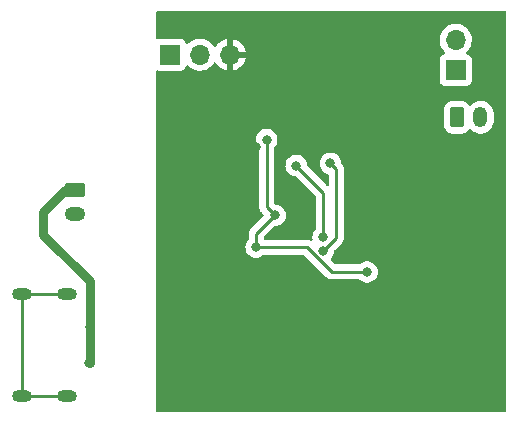
<source format=gbr>
%TF.GenerationSoftware,KiCad,Pcbnew,(6.0.4-0)*%
%TF.CreationDate,2022-07-08T14:11:35-06:00*%
%TF.ProjectId,TPS61165-heater-v6,54505336-3131-4363-952d-686561746572,rev?*%
%TF.SameCoordinates,Original*%
%TF.FileFunction,Copper,L2,Bot*%
%TF.FilePolarity,Positive*%
%FSLAX46Y46*%
G04 Gerber Fmt 4.6, Leading zero omitted, Abs format (unit mm)*
G04 Created by KiCad (PCBNEW (6.0.4-0)) date 2022-07-08 14:11:35*
%MOMM*%
%LPD*%
G01*
G04 APERTURE LIST*
G04 Aperture macros list*
%AMRoundRect*
0 Rectangle with rounded corners*
0 $1 Rounding radius*
0 $2 $3 $4 $5 $6 $7 $8 $9 X,Y pos of 4 corners*
0 Add a 4 corners polygon primitive as box body*
4,1,4,$2,$3,$4,$5,$6,$7,$8,$9,$2,$3,0*
0 Add four circle primitives for the rounded corners*
1,1,$1+$1,$2,$3*
1,1,$1+$1,$4,$5*
1,1,$1+$1,$6,$7*
1,1,$1+$1,$8,$9*
0 Add four rect primitives between the rounded corners*
20,1,$1+$1,$2,$3,$4,$5,0*
20,1,$1+$1,$4,$5,$6,$7,0*
20,1,$1+$1,$6,$7,$8,$9,0*
20,1,$1+$1,$8,$9,$2,$3,0*%
G04 Aperture macros list end*
%TA.AperFunction,ComponentPad*%
%ADD10O,1.700000X1.000000*%
%TD*%
%TA.AperFunction,ComponentPad*%
%ADD11O,1.700000X1.700000*%
%TD*%
%TA.AperFunction,ComponentPad*%
%ADD12R,1.700000X1.700000*%
%TD*%
%TA.AperFunction,ComponentPad*%
%ADD13O,1.200000X1.750000*%
%TD*%
%TA.AperFunction,ComponentPad*%
%ADD14RoundRect,0.250000X-0.350000X-0.625000X0.350000X-0.625000X0.350000X0.625000X-0.350000X0.625000X0*%
%TD*%
%TA.AperFunction,ComponentPad*%
%ADD15O,1.750000X1.200000*%
%TD*%
%TA.AperFunction,ComponentPad*%
%ADD16RoundRect,0.250000X-0.625000X0.350000X-0.625000X-0.350000X0.625000X-0.350000X0.625000X0.350000X0*%
%TD*%
%TA.AperFunction,ViaPad*%
%ADD17C,0.800000*%
%TD*%
%TA.AperFunction,Conductor*%
%ADD18C,0.800000*%
%TD*%
%TA.AperFunction,Conductor*%
%ADD19C,0.250000*%
%TD*%
G04 APERTURE END LIST*
D10*
%TO.P,J1,0,SHIELD*%
%TO.N,unconnected-(J1-Pad0)*%
X118520000Y-88120000D03*
X118520000Y-79480000D03*
X122320000Y-79480000D03*
X122320000Y-88120000D03*
%TD*%
D11*
%TO.P,J6,3,Pin_3*%
%TO.N,GND*%
X136080000Y-59200000D03*
%TO.P,J6,2,Pin_2*%
%TO.N,Net-(J6-Pad2)*%
X133540000Y-59200000D03*
D12*
%TO.P,J6,1,Pin_1*%
%TO.N,Net-(J6-Pad1)*%
X131000000Y-59200000D03*
%TD*%
D13*
%TO.P,J4,2,-*%
%TO.N,Net-(D2-Pad1)*%
X157300000Y-64500000D03*
D14*
%TO.P,J4,1,+*%
%TO.N,Net-(J3-Pad1)*%
X155300000Y-64500000D03*
%TD*%
D11*
%TO.P,J3,2,Pin_2*%
%TO.N,Net-(D2-Pad1)*%
X155200000Y-57960000D03*
D12*
%TO.P,J3,1,Pin_1*%
%TO.N,Net-(J3-Pad1)*%
X155200000Y-60500000D03*
%TD*%
D15*
%TO.P,J2,2,-*%
%TO.N,Net-(FL1-Pad1)*%
X123000000Y-72700000D03*
D16*
%TO.P,J2,1,+*%
%TO.N,Net-(FL1-Pad2)*%
X123000000Y-70700000D03*
%TD*%
D17*
%TO.N,Net-(FL1-Pad2)*%
X124200000Y-82300000D03*
X124180000Y-85320000D03*
%TO.N,GND*%
X147900000Y-83800000D03*
X147900000Y-83000000D03*
X147900000Y-84600000D03*
X147900000Y-82200000D03*
X147900000Y-87300000D03*
X152700000Y-83600000D03*
X149500000Y-88800000D03*
X138400000Y-79300000D03*
X141700000Y-79300000D03*
X138350000Y-80650000D03*
X141700000Y-78000000D03*
X141700000Y-71500000D03*
X138000000Y-71400000D03*
X138300000Y-67025000D03*
%TO.N,Net-(C4-Pad1)*%
X147700000Y-77600000D03*
X138300000Y-75500000D03*
X139200000Y-66400000D03*
X139900000Y-72800000D03*
%TO.N,/scl*%
X144000000Y-75800000D03*
X144600000Y-68400000D03*
%TO.N,/sda*%
X143980154Y-74680154D03*
X141700000Y-68600000D03*
%TD*%
D18*
%TO.N,Net-(FL1-Pad2)*%
X124200000Y-82300000D02*
X124200000Y-78400000D01*
X124200000Y-78400000D02*
X120300000Y-74500000D01*
X120300000Y-74500000D02*
X120300000Y-72500000D01*
X122100000Y-70700000D02*
X123000000Y-70700000D01*
X120300000Y-72500000D02*
X122100000Y-70700000D01*
X124200000Y-85300000D02*
X124180000Y-85320000D01*
X124200000Y-82300000D02*
X124200000Y-85300000D01*
D19*
%TO.N,unconnected-(J1-Pad0)*%
X122325000Y-79480000D02*
X118525000Y-79480000D01*
X122325000Y-88120000D02*
X118525000Y-88120000D01*
X118525000Y-88120000D02*
X118525000Y-79480000D01*
%TO.N,Net-(C4-Pad1)*%
X142626998Y-75500000D02*
X138300000Y-75500000D01*
X144726998Y-77600000D02*
X142626998Y-75500000D01*
X147700000Y-77600000D02*
X144726998Y-77600000D01*
X139200000Y-72100000D02*
X139900000Y-72800000D01*
X139200000Y-66400000D02*
X139200000Y-72100000D01*
X138300000Y-74400000D02*
X139900000Y-72800000D01*
X138300000Y-75500000D02*
X138300000Y-74400000D01*
%TO.N,/scl*%
X144000000Y-75800000D02*
X145100000Y-74700000D01*
X145100000Y-68900000D02*
X144600000Y-68400000D01*
X145100000Y-74700000D02*
X145100000Y-68900000D01*
%TO.N,/sda*%
X143980154Y-70880154D02*
X141700000Y-68600000D01*
X143980154Y-74680154D02*
X143980154Y-70880154D01*
%TD*%
%TA.AperFunction,Conductor*%
%TO.N,GND*%
G36*
X159433621Y-55528502D02*
G01*
X159480114Y-55582158D01*
X159491500Y-55634500D01*
X159491500Y-89365500D01*
X159471498Y-89433621D01*
X159417842Y-89480114D01*
X159365500Y-89491500D01*
X129926000Y-89491500D01*
X129857879Y-89471498D01*
X129811386Y-89417842D01*
X129800000Y-89365500D01*
X129800000Y-75500000D01*
X137386496Y-75500000D01*
X137406458Y-75689928D01*
X137465473Y-75871556D01*
X137560960Y-76036944D01*
X137688747Y-76178866D01*
X137843248Y-76291118D01*
X137849276Y-76293802D01*
X137849278Y-76293803D01*
X137933332Y-76331226D01*
X138017712Y-76368794D01*
X138111113Y-76388647D01*
X138198056Y-76407128D01*
X138198061Y-76407128D01*
X138204513Y-76408500D01*
X138395487Y-76408500D01*
X138401939Y-76407128D01*
X138401944Y-76407128D01*
X138488887Y-76388647D01*
X138582288Y-76368794D01*
X138666668Y-76331226D01*
X138750722Y-76293803D01*
X138750724Y-76293802D01*
X138756752Y-76291118D01*
X138911253Y-76178866D01*
X138915668Y-76173963D01*
X138920580Y-76169540D01*
X138921705Y-76170789D01*
X138975014Y-76137949D01*
X139008200Y-76133500D01*
X142312404Y-76133500D01*
X142380525Y-76153502D01*
X142401499Y-76170405D01*
X144223341Y-77992247D01*
X144230885Y-78000537D01*
X144234998Y-78007018D01*
X144240775Y-78012443D01*
X144284665Y-78053658D01*
X144287507Y-78056413D01*
X144307228Y-78076134D01*
X144310423Y-78078612D01*
X144319445Y-78086318D01*
X144351677Y-78116586D01*
X144358626Y-78120406D01*
X144369430Y-78126346D01*
X144385954Y-78137199D01*
X144401957Y-78149613D01*
X144442541Y-78167176D01*
X144453171Y-78172383D01*
X144491938Y-78193695D01*
X144499615Y-78195666D01*
X144499620Y-78195668D01*
X144511556Y-78198732D01*
X144530264Y-78205137D01*
X144548853Y-78213181D01*
X144556678Y-78214420D01*
X144556680Y-78214421D01*
X144592517Y-78220097D01*
X144604138Y-78222504D01*
X144639287Y-78231528D01*
X144646968Y-78233500D01*
X144667229Y-78233500D01*
X144686938Y-78235051D01*
X144706941Y-78238219D01*
X144714833Y-78237473D01*
X144720060Y-78236979D01*
X144750952Y-78234059D01*
X144762809Y-78233500D01*
X146991800Y-78233500D01*
X147059921Y-78253502D01*
X147079147Y-78269843D01*
X147079420Y-78269540D01*
X147084332Y-78273963D01*
X147088747Y-78278866D01*
X147243248Y-78391118D01*
X147249276Y-78393802D01*
X147249278Y-78393803D01*
X147411681Y-78466109D01*
X147417712Y-78468794D01*
X147511112Y-78488647D01*
X147598056Y-78507128D01*
X147598061Y-78507128D01*
X147604513Y-78508500D01*
X147795487Y-78508500D01*
X147801939Y-78507128D01*
X147801944Y-78507128D01*
X147888888Y-78488647D01*
X147982288Y-78468794D01*
X147988319Y-78466109D01*
X148150722Y-78393803D01*
X148150724Y-78393802D01*
X148156752Y-78391118D01*
X148311253Y-78278866D01*
X148347852Y-78238219D01*
X148434621Y-78141852D01*
X148434622Y-78141851D01*
X148439040Y-78136944D01*
X148514053Y-78007018D01*
X148531223Y-77977279D01*
X148531224Y-77977278D01*
X148534527Y-77971556D01*
X148593542Y-77789928D01*
X148613504Y-77600000D01*
X148593542Y-77410072D01*
X148534527Y-77228444D01*
X148439040Y-77063056D01*
X148311253Y-76921134D01*
X148156752Y-76808882D01*
X148150724Y-76806198D01*
X148150722Y-76806197D01*
X147988319Y-76733891D01*
X147988318Y-76733891D01*
X147982288Y-76731206D01*
X147888887Y-76711353D01*
X147801944Y-76692872D01*
X147801939Y-76692872D01*
X147795487Y-76691500D01*
X147604513Y-76691500D01*
X147598061Y-76692872D01*
X147598056Y-76692872D01*
X147511113Y-76711353D01*
X147417712Y-76731206D01*
X147411682Y-76733891D01*
X147411681Y-76733891D01*
X147249278Y-76806197D01*
X147249276Y-76806198D01*
X147243248Y-76808882D01*
X147088747Y-76921134D01*
X147084332Y-76926037D01*
X147079420Y-76930460D01*
X147078295Y-76929211D01*
X147024986Y-76962051D01*
X146991800Y-76966500D01*
X145041593Y-76966500D01*
X144973472Y-76946498D01*
X144952498Y-76929595D01*
X144643928Y-76621025D01*
X144609902Y-76558713D01*
X144614967Y-76487898D01*
X144639387Y-76447620D01*
X144734621Y-76341852D01*
X144734622Y-76341851D01*
X144739040Y-76336944D01*
X144834527Y-76171556D01*
X144893542Y-75989928D01*
X144910907Y-75824708D01*
X144937920Y-75759051D01*
X144947122Y-75748782D01*
X145492258Y-75203647D01*
X145500537Y-75196113D01*
X145507018Y-75192000D01*
X145553644Y-75142348D01*
X145556398Y-75139507D01*
X145576135Y-75119770D01*
X145578615Y-75116573D01*
X145586320Y-75107551D01*
X145616586Y-75075321D01*
X145620405Y-75068375D01*
X145620407Y-75068372D01*
X145626348Y-75057566D01*
X145637199Y-75041047D01*
X145644758Y-75031301D01*
X145649614Y-75025041D01*
X145652759Y-75017772D01*
X145652762Y-75017768D01*
X145667174Y-74984463D01*
X145672391Y-74973813D01*
X145693695Y-74935060D01*
X145698733Y-74915437D01*
X145705137Y-74896734D01*
X145710033Y-74885420D01*
X145710033Y-74885419D01*
X145713181Y-74878145D01*
X145714420Y-74870322D01*
X145714423Y-74870312D01*
X145720099Y-74834476D01*
X145722505Y-74822856D01*
X145731528Y-74787711D01*
X145731528Y-74787710D01*
X145733500Y-74780030D01*
X145733500Y-74759776D01*
X145735051Y-74740065D01*
X145736980Y-74727886D01*
X145738220Y-74720057D01*
X145734059Y-74676038D01*
X145733500Y-74664181D01*
X145733500Y-68978768D01*
X145734027Y-68967585D01*
X145735702Y-68960092D01*
X145734975Y-68936944D01*
X145733562Y-68892002D01*
X145733500Y-68888044D01*
X145733500Y-68860144D01*
X145732996Y-68856153D01*
X145732063Y-68844311D01*
X145730923Y-68808036D01*
X145730674Y-68800111D01*
X145728462Y-68792497D01*
X145728461Y-68792492D01*
X145725023Y-68780659D01*
X145721012Y-68761295D01*
X145719467Y-68749064D01*
X145718474Y-68741203D01*
X145715557Y-68733836D01*
X145715556Y-68733831D01*
X145702198Y-68700092D01*
X145698354Y-68688865D01*
X145688230Y-68654022D01*
X145686018Y-68646407D01*
X145675707Y-68628972D01*
X145667012Y-68611224D01*
X145659552Y-68592383D01*
X145633564Y-68556613D01*
X145627048Y-68546693D01*
X145608580Y-68515465D01*
X145608578Y-68515462D01*
X145604542Y-68508638D01*
X145590221Y-68494317D01*
X145577380Y-68479283D01*
X145570132Y-68469307D01*
X145565472Y-68462893D01*
X145555414Y-68454572D01*
X145515676Y-68395738D01*
X145510420Y-68370658D01*
X145494232Y-68216635D01*
X145494232Y-68216633D01*
X145493542Y-68210072D01*
X145434527Y-68028444D01*
X145339040Y-67863056D01*
X145222740Y-67733891D01*
X145215675Y-67726045D01*
X145215674Y-67726044D01*
X145211253Y-67721134D01*
X145056752Y-67608882D01*
X145050724Y-67606198D01*
X145050722Y-67606197D01*
X144888319Y-67533891D01*
X144888318Y-67533891D01*
X144882288Y-67531206D01*
X144788888Y-67511353D01*
X144701944Y-67492872D01*
X144701939Y-67492872D01*
X144695487Y-67491500D01*
X144504513Y-67491500D01*
X144498061Y-67492872D01*
X144498056Y-67492872D01*
X144411112Y-67511353D01*
X144317712Y-67531206D01*
X144311682Y-67533891D01*
X144311681Y-67533891D01*
X144149278Y-67606197D01*
X144149276Y-67606198D01*
X144143248Y-67608882D01*
X143988747Y-67721134D01*
X143984326Y-67726044D01*
X143984325Y-67726045D01*
X143977261Y-67733891D01*
X143860960Y-67863056D01*
X143765473Y-68028444D01*
X143706458Y-68210072D01*
X143705768Y-68216633D01*
X143705768Y-68216635D01*
X143704527Y-68228444D01*
X143686496Y-68400000D01*
X143706458Y-68589928D01*
X143765473Y-68771556D01*
X143768776Y-68777278D01*
X143768777Y-68777279D01*
X143772291Y-68783365D01*
X143860960Y-68936944D01*
X143865378Y-68941851D01*
X143865379Y-68941852D01*
X143886466Y-68965271D01*
X143988747Y-69078866D01*
X144143248Y-69191118D01*
X144149276Y-69193802D01*
X144149278Y-69193803D01*
X144311681Y-69266109D01*
X144317712Y-69268794D01*
X144366697Y-69279206D01*
X144429170Y-69312934D01*
X144463492Y-69375084D01*
X144466500Y-69402453D01*
X144466500Y-70166406D01*
X144446498Y-70234527D01*
X144392842Y-70281020D01*
X144322568Y-70291124D01*
X144257988Y-70261630D01*
X144251405Y-70255501D01*
X143504405Y-69508500D01*
X142647122Y-68651217D01*
X142613096Y-68588905D01*
X142610907Y-68575292D01*
X142594232Y-68416635D01*
X142594232Y-68416633D01*
X142593542Y-68410072D01*
X142534527Y-68228444D01*
X142439040Y-68063056D01*
X142311253Y-67921134D01*
X142156752Y-67808882D01*
X142150724Y-67806198D01*
X142150722Y-67806197D01*
X141988319Y-67733891D01*
X141988318Y-67733891D01*
X141982288Y-67731206D01*
X141888887Y-67711353D01*
X141801944Y-67692872D01*
X141801939Y-67692872D01*
X141795487Y-67691500D01*
X141604513Y-67691500D01*
X141598061Y-67692872D01*
X141598056Y-67692872D01*
X141511113Y-67711353D01*
X141417712Y-67731206D01*
X141411682Y-67733891D01*
X141411681Y-67733891D01*
X141249278Y-67806197D01*
X141249276Y-67806198D01*
X141243248Y-67808882D01*
X141088747Y-67921134D01*
X140960960Y-68063056D01*
X140865473Y-68228444D01*
X140806458Y-68410072D01*
X140805768Y-68416633D01*
X140805768Y-68416635D01*
X140796688Y-68503027D01*
X140786496Y-68600000D01*
X140787186Y-68606565D01*
X140805129Y-68777279D01*
X140806458Y-68789928D01*
X140865473Y-68971556D01*
X140960960Y-69136944D01*
X140965378Y-69141851D01*
X140965379Y-69141852D01*
X141079678Y-69268794D01*
X141088747Y-69278866D01*
X141243248Y-69391118D01*
X141249276Y-69393802D01*
X141249278Y-69393803D01*
X141411681Y-69466109D01*
X141417712Y-69468794D01*
X141511112Y-69488647D01*
X141598056Y-69507128D01*
X141598061Y-69507128D01*
X141604513Y-69508500D01*
X141660406Y-69508500D01*
X141728527Y-69528502D01*
X141749501Y-69545405D01*
X143309749Y-71105653D01*
X143343775Y-71167965D01*
X143346654Y-71194748D01*
X143346654Y-73977630D01*
X143326652Y-74045751D01*
X143314296Y-74061933D01*
X143241114Y-74143210D01*
X143145627Y-74308598D01*
X143086612Y-74490226D01*
X143066650Y-74680154D01*
X143077148Y-74780030D01*
X143079231Y-74799851D01*
X143066459Y-74869690D01*
X143017957Y-74921536D01*
X142949124Y-74938931D01*
X142893223Y-74923438D01*
X142862058Y-74906305D01*
X142842435Y-74901267D01*
X142823732Y-74894863D01*
X142812418Y-74889967D01*
X142812417Y-74889967D01*
X142805143Y-74886819D01*
X142797320Y-74885580D01*
X142797310Y-74885577D01*
X142761474Y-74879901D01*
X142749854Y-74877495D01*
X142714709Y-74868472D01*
X142714708Y-74868472D01*
X142707028Y-74866500D01*
X142686774Y-74866500D01*
X142667063Y-74864949D01*
X142654884Y-74863020D01*
X142647055Y-74861780D01*
X142639163Y-74862526D01*
X142603037Y-74865941D01*
X142591179Y-74866500D01*
X139059500Y-74866500D01*
X138991379Y-74846498D01*
X138944886Y-74792842D01*
X138933500Y-74740500D01*
X138933500Y-74714594D01*
X138953502Y-74646473D01*
X138970405Y-74625499D01*
X139850499Y-73745405D01*
X139912811Y-73711379D01*
X139939594Y-73708500D01*
X139995487Y-73708500D01*
X140001939Y-73707128D01*
X140001944Y-73707128D01*
X140088888Y-73688647D01*
X140182288Y-73668794D01*
X140188319Y-73666109D01*
X140350722Y-73593803D01*
X140350724Y-73593802D01*
X140356752Y-73591118D01*
X140511253Y-73478866D01*
X140639040Y-73336944D01*
X140734527Y-73171556D01*
X140793542Y-72989928D01*
X140813504Y-72800000D01*
X140793542Y-72610072D01*
X140734527Y-72428444D01*
X140726208Y-72414034D01*
X140686918Y-72345983D01*
X140639040Y-72263056D01*
X140542376Y-72155699D01*
X140515675Y-72126045D01*
X140515674Y-72126044D01*
X140511253Y-72121134D01*
X140399457Y-72039909D01*
X140362094Y-72012763D01*
X140362093Y-72012762D01*
X140356752Y-72008882D01*
X140350724Y-72006198D01*
X140350722Y-72006197D01*
X140188319Y-71933891D01*
X140188318Y-71933891D01*
X140182288Y-71931206D01*
X140088887Y-71911353D01*
X140001944Y-71892872D01*
X140001939Y-71892872D01*
X139995487Y-71891500D01*
X139959500Y-71891500D01*
X139891379Y-71871498D01*
X139844886Y-71817842D01*
X139833500Y-71765500D01*
X139833500Y-67102524D01*
X139853502Y-67034403D01*
X139865858Y-67018221D01*
X139939040Y-66936944D01*
X140034527Y-66771556D01*
X140093542Y-66589928D01*
X140113504Y-66400000D01*
X140093542Y-66210072D01*
X140034527Y-66028444D01*
X139939040Y-65863056D01*
X139811253Y-65721134D01*
X139673998Y-65621412D01*
X139662094Y-65612763D01*
X139662093Y-65612762D01*
X139656752Y-65608882D01*
X139650724Y-65606198D01*
X139650722Y-65606197D01*
X139488319Y-65533891D01*
X139488318Y-65533891D01*
X139482288Y-65531206D01*
X139388888Y-65511353D01*
X139301944Y-65492872D01*
X139301939Y-65492872D01*
X139295487Y-65491500D01*
X139104513Y-65491500D01*
X139098061Y-65492872D01*
X139098056Y-65492872D01*
X139011112Y-65511353D01*
X138917712Y-65531206D01*
X138911682Y-65533891D01*
X138911681Y-65533891D01*
X138749278Y-65606197D01*
X138749276Y-65606198D01*
X138743248Y-65608882D01*
X138737907Y-65612762D01*
X138737906Y-65612763D01*
X138726002Y-65621412D01*
X138588747Y-65721134D01*
X138460960Y-65863056D01*
X138365473Y-66028444D01*
X138306458Y-66210072D01*
X138286496Y-66400000D01*
X138306458Y-66589928D01*
X138365473Y-66771556D01*
X138460960Y-66936944D01*
X138534137Y-67018215D01*
X138564853Y-67082221D01*
X138566500Y-67102524D01*
X138566500Y-72021233D01*
X138565973Y-72032416D01*
X138564298Y-72039909D01*
X138564547Y-72047835D01*
X138564547Y-72047836D01*
X138566438Y-72107986D01*
X138566500Y-72111945D01*
X138566500Y-72139856D01*
X138566997Y-72143790D01*
X138566997Y-72143791D01*
X138567005Y-72143856D01*
X138567938Y-72155693D01*
X138569327Y-72199889D01*
X138574978Y-72219339D01*
X138578987Y-72238700D01*
X138581526Y-72258797D01*
X138584445Y-72266168D01*
X138584445Y-72266170D01*
X138597804Y-72299912D01*
X138601649Y-72311142D01*
X138613982Y-72353593D01*
X138618015Y-72360412D01*
X138618017Y-72360417D01*
X138624293Y-72371028D01*
X138632988Y-72388776D01*
X138640448Y-72407617D01*
X138645110Y-72414033D01*
X138645110Y-72414034D01*
X138666436Y-72443387D01*
X138672952Y-72453307D01*
X138695458Y-72491362D01*
X138709779Y-72505683D01*
X138722619Y-72520716D01*
X138734528Y-72537107D01*
X138740634Y-72542158D01*
X138768605Y-72565298D01*
X138777384Y-72573288D01*
X138915001Y-72710905D01*
X138949027Y-72773217D01*
X138943962Y-72844032D01*
X138915001Y-72889095D01*
X137907747Y-73896348D01*
X137899461Y-73903888D01*
X137892982Y-73908000D01*
X137887557Y-73913777D01*
X137846357Y-73957651D01*
X137843602Y-73960493D01*
X137823865Y-73980230D01*
X137821385Y-73983427D01*
X137813682Y-73992447D01*
X137783414Y-74024679D01*
X137779595Y-74031625D01*
X137779593Y-74031628D01*
X137773652Y-74042434D01*
X137762801Y-74058953D01*
X137750386Y-74074959D01*
X137747241Y-74082228D01*
X137747238Y-74082232D01*
X137732826Y-74115537D01*
X137727609Y-74126187D01*
X137706305Y-74164940D01*
X137704334Y-74172615D01*
X137704334Y-74172616D01*
X137701267Y-74184562D01*
X137694863Y-74203266D01*
X137686819Y-74221855D01*
X137685580Y-74229678D01*
X137685577Y-74229688D01*
X137679901Y-74265524D01*
X137677495Y-74277144D01*
X137666500Y-74319970D01*
X137666500Y-74340224D01*
X137664949Y-74359934D01*
X137661780Y-74379943D01*
X137662526Y-74387835D01*
X137665941Y-74423961D01*
X137666500Y-74435819D01*
X137666500Y-74797476D01*
X137646498Y-74865597D01*
X137634142Y-74881779D01*
X137560960Y-74963056D01*
X137506395Y-75057566D01*
X137477536Y-75107551D01*
X137465473Y-75128444D01*
X137406458Y-75310072D01*
X137386496Y-75500000D01*
X129800000Y-75500000D01*
X129800000Y-65175400D01*
X154191500Y-65175400D01*
X154202474Y-65281166D01*
X154204655Y-65287702D01*
X154204655Y-65287704D01*
X154235135Y-65379064D01*
X154258450Y-65448946D01*
X154351522Y-65599348D01*
X154476697Y-65724305D01*
X154482927Y-65728145D01*
X154482928Y-65728146D01*
X154620090Y-65812694D01*
X154627262Y-65817115D01*
X154652217Y-65825392D01*
X154788611Y-65870632D01*
X154788613Y-65870632D01*
X154795139Y-65872797D01*
X154801975Y-65873497D01*
X154801978Y-65873498D01*
X154840386Y-65877433D01*
X154899600Y-65883500D01*
X155700400Y-65883500D01*
X155703646Y-65883163D01*
X155703650Y-65883163D01*
X155799308Y-65873238D01*
X155799312Y-65873237D01*
X155806166Y-65872526D01*
X155812702Y-65870345D01*
X155812704Y-65870345D01*
X155947443Y-65825392D01*
X155973946Y-65816550D01*
X156124348Y-65723478D01*
X156249305Y-65598303D01*
X156281075Y-65546764D01*
X156333846Y-65499271D01*
X156403918Y-65487847D01*
X156469042Y-65516121D01*
X156487418Y-65535045D01*
X156493604Y-65542920D01*
X156498135Y-65546852D01*
X156498138Y-65546855D01*
X156584058Y-65621412D01*
X156653363Y-65681552D01*
X156658549Y-65684552D01*
X156658553Y-65684555D01*
X156754957Y-65740326D01*
X156836454Y-65787473D01*
X157036271Y-65856861D01*
X157042206Y-65857722D01*
X157042208Y-65857722D01*
X157239664Y-65886352D01*
X157239667Y-65886352D01*
X157245604Y-65887213D01*
X157456899Y-65877433D01*
X157588077Y-65845819D01*
X157656701Y-65829281D01*
X157656703Y-65829280D01*
X157662534Y-65827875D01*
X157667992Y-65825393D01*
X157667996Y-65825392D01*
X157783041Y-65773084D01*
X157855087Y-65740326D01*
X158027611Y-65617946D01*
X158173881Y-65465150D01*
X158288620Y-65287452D01*
X158367686Y-65091263D01*
X158408228Y-64883663D01*
X158408500Y-64878101D01*
X158408500Y-64172154D01*
X158393452Y-64014434D01*
X158333908Y-63811466D01*
X158286872Y-63720139D01*
X158239804Y-63628751D01*
X158239802Y-63628748D01*
X158237058Y-63623420D01*
X158106396Y-63457080D01*
X158101865Y-63453148D01*
X158101862Y-63453145D01*
X157951167Y-63322379D01*
X157946637Y-63318448D01*
X157941451Y-63315448D01*
X157941447Y-63315445D01*
X157768742Y-63215533D01*
X157763546Y-63212527D01*
X157563729Y-63143139D01*
X157557794Y-63142278D01*
X157557792Y-63142278D01*
X157360336Y-63113648D01*
X157360333Y-63113648D01*
X157354396Y-63112787D01*
X157143101Y-63122567D01*
X157011923Y-63154181D01*
X156943299Y-63170719D01*
X156943297Y-63170720D01*
X156937466Y-63172125D01*
X156932008Y-63174607D01*
X156932004Y-63174608D01*
X156816959Y-63226916D01*
X156744913Y-63259674D01*
X156572389Y-63382054D01*
X156568247Y-63386381D01*
X156568241Y-63386386D01*
X156481194Y-63477317D01*
X156419639Y-63512694D01*
X156348730Y-63509175D01*
X156290979Y-63467879D01*
X156283032Y-63456491D01*
X156248478Y-63400652D01*
X156123303Y-63275695D01*
X156020826Y-63212527D01*
X155978968Y-63186725D01*
X155978966Y-63186724D01*
X155972738Y-63182885D01*
X155812254Y-63129655D01*
X155811389Y-63129368D01*
X155811387Y-63129368D01*
X155804861Y-63127203D01*
X155798025Y-63126503D01*
X155798022Y-63126502D01*
X155754969Y-63122091D01*
X155700400Y-63116500D01*
X154899600Y-63116500D01*
X154896354Y-63116837D01*
X154896350Y-63116837D01*
X154800692Y-63126762D01*
X154800688Y-63126763D01*
X154793834Y-63127474D01*
X154787298Y-63129655D01*
X154787296Y-63129655D01*
X154664213Y-63170719D01*
X154626054Y-63183450D01*
X154475652Y-63276522D01*
X154350695Y-63401697D01*
X154346855Y-63407927D01*
X154346854Y-63407928D01*
X154309900Y-63467879D01*
X154257885Y-63552262D01*
X154202203Y-63720139D01*
X154191500Y-63824600D01*
X154191500Y-65175400D01*
X129800000Y-65175400D01*
X129800000Y-60643690D01*
X129820002Y-60575569D01*
X129873658Y-60529076D01*
X129943932Y-60518972D01*
X129970229Y-60525708D01*
X130032282Y-60548971D01*
X130032288Y-60548973D01*
X130039684Y-60551745D01*
X130101866Y-60558500D01*
X131898134Y-60558500D01*
X131960316Y-60551745D01*
X132096705Y-60500615D01*
X132213261Y-60413261D01*
X132300615Y-60296705D01*
X132322799Y-60237529D01*
X132344598Y-60179382D01*
X132387240Y-60122618D01*
X132453802Y-60097918D01*
X132523150Y-60113126D01*
X132557817Y-60141114D01*
X132586250Y-60173938D01*
X132758126Y-60316632D01*
X132951000Y-60429338D01*
X133159692Y-60509030D01*
X133164760Y-60510061D01*
X133164763Y-60510062D01*
X133259862Y-60529410D01*
X133378597Y-60553567D01*
X133383772Y-60553757D01*
X133383774Y-60553757D01*
X133596673Y-60561564D01*
X133596677Y-60561564D01*
X133601837Y-60561753D01*
X133606957Y-60561097D01*
X133606959Y-60561097D01*
X133818288Y-60534025D01*
X133818289Y-60534025D01*
X133823416Y-60533368D01*
X133828366Y-60531883D01*
X134032429Y-60470661D01*
X134032434Y-60470659D01*
X134037384Y-60469174D01*
X134237994Y-60370896D01*
X134419860Y-60241173D01*
X134578096Y-60083489D01*
X134708453Y-59902077D01*
X134709640Y-59902930D01*
X134756960Y-59859362D01*
X134826897Y-59847145D01*
X134892338Y-59874678D01*
X134920166Y-59906511D01*
X134977694Y-60000388D01*
X134983777Y-60008699D01*
X135123213Y-60169667D01*
X135130580Y-60176883D01*
X135294434Y-60312916D01*
X135302881Y-60318831D01*
X135486756Y-60426279D01*
X135496042Y-60430729D01*
X135695001Y-60506703D01*
X135704899Y-60509579D01*
X135808250Y-60530606D01*
X135822299Y-60529410D01*
X135826000Y-60519065D01*
X135826000Y-60518517D01*
X136334000Y-60518517D01*
X136338064Y-60532359D01*
X136351478Y-60534393D01*
X136358184Y-60533534D01*
X136368262Y-60531392D01*
X136572255Y-60470191D01*
X136581842Y-60466433D01*
X136773095Y-60372739D01*
X136781945Y-60367464D01*
X136955328Y-60243792D01*
X136963200Y-60237139D01*
X137114052Y-60086812D01*
X137120730Y-60078965D01*
X137245003Y-59906020D01*
X137250313Y-59897183D01*
X137344670Y-59706267D01*
X137348469Y-59696672D01*
X137410377Y-59492910D01*
X137412555Y-59482837D01*
X137413986Y-59471962D01*
X137411775Y-59457778D01*
X137398617Y-59454000D01*
X136352115Y-59454000D01*
X136336876Y-59458475D01*
X136335671Y-59459865D01*
X136334000Y-59467548D01*
X136334000Y-60518517D01*
X135826000Y-60518517D01*
X135826000Y-58927885D01*
X136334000Y-58927885D01*
X136338475Y-58943124D01*
X136339865Y-58944329D01*
X136347548Y-58946000D01*
X137398344Y-58946000D01*
X137411875Y-58942027D01*
X137413180Y-58932947D01*
X137371214Y-58765875D01*
X137367894Y-58756124D01*
X137282972Y-58560814D01*
X137278105Y-58551739D01*
X137162426Y-58372926D01*
X137156136Y-58364757D01*
X137012806Y-58207240D01*
X137005273Y-58200215D01*
X136838139Y-58068222D01*
X136829552Y-58062517D01*
X136643117Y-57959599D01*
X136633705Y-57955369D01*
X136552733Y-57926695D01*
X153837251Y-57926695D01*
X153837548Y-57931848D01*
X153837548Y-57931851D01*
X153843011Y-58026590D01*
X153850110Y-58149715D01*
X153851247Y-58154761D01*
X153851248Y-58154767D01*
X153863074Y-58207240D01*
X153899222Y-58367639D01*
X153937461Y-58461811D01*
X153977662Y-58560814D01*
X153983266Y-58574616D01*
X154099987Y-58765088D01*
X154246250Y-58933938D01*
X154250230Y-58937242D01*
X154254981Y-58941187D01*
X154294616Y-59000090D01*
X154296113Y-59071071D01*
X154258997Y-59131593D01*
X154218724Y-59156112D01*
X154103295Y-59199385D01*
X153986739Y-59286739D01*
X153899385Y-59403295D01*
X153848255Y-59539684D01*
X153841500Y-59601866D01*
X153841500Y-61398134D01*
X153848255Y-61460316D01*
X153899385Y-61596705D01*
X153986739Y-61713261D01*
X154103295Y-61800615D01*
X154239684Y-61851745D01*
X154301866Y-61858500D01*
X156098134Y-61858500D01*
X156160316Y-61851745D01*
X156296705Y-61800615D01*
X156413261Y-61713261D01*
X156500615Y-61596705D01*
X156551745Y-61460316D01*
X156558500Y-61398134D01*
X156558500Y-59601866D01*
X156551745Y-59539684D01*
X156500615Y-59403295D01*
X156413261Y-59286739D01*
X156296705Y-59199385D01*
X156284132Y-59194672D01*
X156178203Y-59154960D01*
X156121439Y-59112318D01*
X156096739Y-59045756D01*
X156111947Y-58976408D01*
X156133493Y-58947727D01*
X156151251Y-58930031D01*
X156238096Y-58843489D01*
X156297594Y-58760689D01*
X156365435Y-58666277D01*
X156368453Y-58662077D01*
X156420959Y-58555840D01*
X156465136Y-58466453D01*
X156465137Y-58466451D01*
X156467430Y-58461811D01*
X156532370Y-58248069D01*
X156561529Y-58026590D01*
X156563156Y-57960000D01*
X156562776Y-57955369D01*
X156552868Y-57834864D01*
X156544852Y-57737361D01*
X156490431Y-57520702D01*
X156401354Y-57315840D01*
X156280014Y-57128277D01*
X156129670Y-56963051D01*
X156125619Y-56959852D01*
X156125615Y-56959848D01*
X155958414Y-56827800D01*
X155958410Y-56827798D01*
X155954359Y-56824598D01*
X155758789Y-56716638D01*
X155753920Y-56714914D01*
X155753916Y-56714912D01*
X155553087Y-56643795D01*
X155553083Y-56643794D01*
X155548212Y-56642069D01*
X155543119Y-56641162D01*
X155543116Y-56641161D01*
X155333373Y-56603800D01*
X155333367Y-56603799D01*
X155328284Y-56602894D01*
X155254452Y-56601992D01*
X155110081Y-56600228D01*
X155110079Y-56600228D01*
X155104911Y-56600165D01*
X154884091Y-56633955D01*
X154671756Y-56703357D01*
X154473607Y-56806507D01*
X154469474Y-56809610D01*
X154469471Y-56809612D01*
X154445247Y-56827800D01*
X154294965Y-56940635D01*
X154140629Y-57102138D01*
X154014743Y-57286680D01*
X153920688Y-57489305D01*
X153860989Y-57704570D01*
X153837251Y-57926695D01*
X136552733Y-57926695D01*
X136432959Y-57884280D01*
X136422988Y-57881646D01*
X136351837Y-57868972D01*
X136338540Y-57870432D01*
X136334000Y-57884989D01*
X136334000Y-58927885D01*
X135826000Y-58927885D01*
X135826000Y-57883102D01*
X135822082Y-57869758D01*
X135807806Y-57867771D01*
X135769324Y-57873660D01*
X135759288Y-57876051D01*
X135556868Y-57942212D01*
X135547359Y-57946209D01*
X135358463Y-58044542D01*
X135349738Y-58050036D01*
X135179433Y-58177905D01*
X135171726Y-58184748D01*
X135024590Y-58338717D01*
X135018109Y-58346722D01*
X134913498Y-58500074D01*
X134858587Y-58545076D01*
X134788062Y-58553247D01*
X134724315Y-58521993D01*
X134703618Y-58497509D01*
X134622822Y-58372617D01*
X134622820Y-58372614D01*
X134620014Y-58368277D01*
X134469670Y-58203051D01*
X134465619Y-58199852D01*
X134465615Y-58199848D01*
X134298414Y-58067800D01*
X134298410Y-58067798D01*
X134294359Y-58064598D01*
X134258028Y-58044542D01*
X134219439Y-58023240D01*
X134098789Y-57956638D01*
X134093920Y-57954914D01*
X134093916Y-57954912D01*
X133893087Y-57883795D01*
X133893083Y-57883794D01*
X133888212Y-57882069D01*
X133883119Y-57881162D01*
X133883116Y-57881161D01*
X133673373Y-57843800D01*
X133673367Y-57843799D01*
X133668284Y-57842894D01*
X133594452Y-57841992D01*
X133450081Y-57840228D01*
X133450079Y-57840228D01*
X133444911Y-57840165D01*
X133224091Y-57873955D01*
X133011756Y-57943357D01*
X132813607Y-58046507D01*
X132809474Y-58049610D01*
X132809471Y-58049612D01*
X132669418Y-58154767D01*
X132634965Y-58180635D01*
X132565790Y-58253023D01*
X132554283Y-58265064D01*
X132492759Y-58300494D01*
X132421846Y-58297037D01*
X132364060Y-58255791D01*
X132345207Y-58222243D01*
X132303767Y-58111703D01*
X132300615Y-58103295D01*
X132213261Y-57986739D01*
X132096705Y-57899385D01*
X131960316Y-57848255D01*
X131898134Y-57841500D01*
X130101866Y-57841500D01*
X130039684Y-57848255D01*
X130032288Y-57851027D01*
X130032282Y-57851029D01*
X129970229Y-57874292D01*
X129899422Y-57879475D01*
X129837053Y-57845554D01*
X129802924Y-57783298D01*
X129800000Y-57756310D01*
X129800000Y-55634500D01*
X129820002Y-55566379D01*
X129873658Y-55519886D01*
X129926000Y-55508500D01*
X159365500Y-55508500D01*
X159433621Y-55528502D01*
G37*
%TD.AperFunction*%
%TD*%
M02*

</source>
